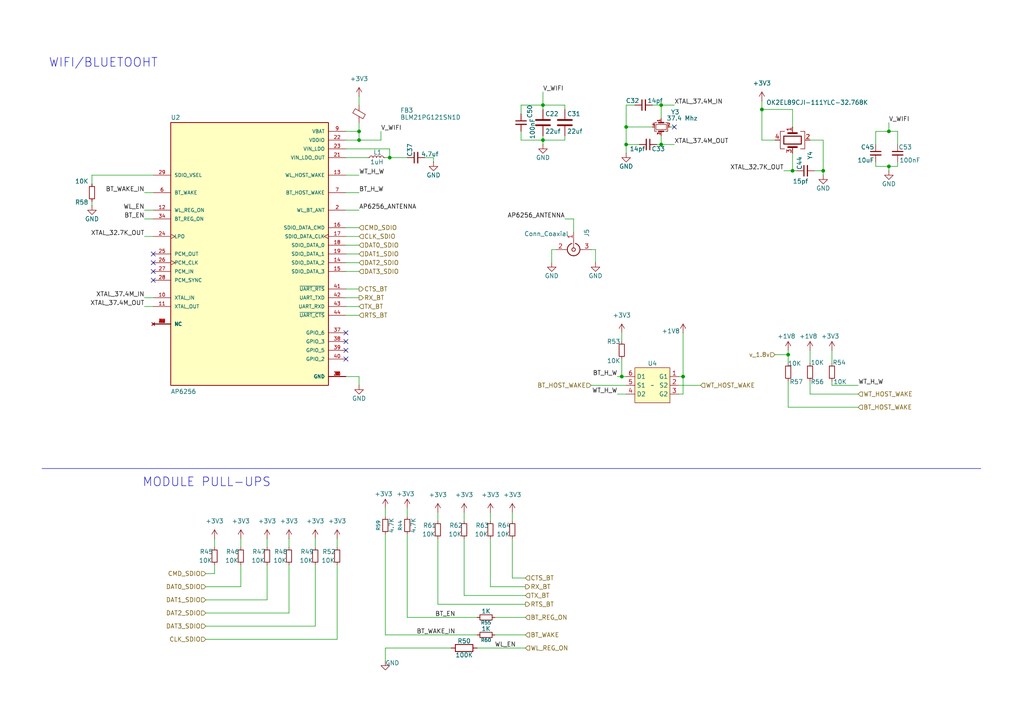
<source format=kicad_sch>
(kicad_sch (version 20250114) (generator "eeschema") (generator_version "9.0")
  (paper "A4")
  (lib_symbols
    (symbol "AP6255:AP6255" (pin_names (offset 1.016))
      (property "Reference" "U" (at -22.86 38.862 0))
      (property "Value" "AP6255" (at -22.86 -40.64 0))
      (symbol "AP6255_0_0"
        (rectangle (start -22.86 -38.1) (end 22.86 38.1) (stroke (width 0.254)) (fill (type background)))
        (pin input line (at -27.94 22.86 0) (length 5.08) (name "SDIO_VSEL") (number "29"))
        (pin input line (at -27.94 17.78 0) (length 5.08) (name "BT_WAKE") (number "6"))
        (pin input line (at -27.94 12.7 0) (length 5.08) (name "WL_REG_ON") (number "12"))
        (pin input line (at -27.94 10.16 0) (length 5.08) (name "BT_REG_ON") (number "34"))
        (pin input clock (at -27.94 5.08 0) (length 5.08) (name "LPO") (number "24"))
        (pin output line (at -27.94 0 0) (length 5.08) (name "PCM_OUT") (number "25"))
        (pin bidirectional clock (at -27.94 -2.54 0) (length 5.08) (name "PCM_CLK") (number "26"))
        (pin input line (at -27.94 -5.08 0) (length 5.08) (name "PCM_IN") (number "27"))
        (pin bidirectional line (at -27.94 -7.62 0) (length 5.08) (name "PCM_SYNC") (number "28"))
        (pin input line (at -27.94 -12.7 0) (length 5.08) (name "XTAL_IN") (number "10"))
        (pin output line (at -27.94 -15.24 0) (length 5.08) (name "XTAL_OUT") (number "11"))
        (pin no_connect line (at -27.94 -20.32 0) (length 5.08) (name "NC") (number "30"))
        (pin no_connect line (at -27.94 -20.32 0) (length 5.08) (name "NC") (number "32"))
        (pin no_connect line (at -27.94 -20.32 0) (length 5.08) (name "NC") (number "35"))
        (pin no_connect line (at -27.94 -20.32 0) (length 5.08) (name "NC") (number "4"))
        (pin no_connect line (at -27.94 -20.32 0) (length 5.08) (name "NC") (number "45"))
        (pin no_connect line (at -27.94 -20.32 0) (length 5.08) (name "NC") (number "46"))
        (pin no_connect line (at -27.94 -20.32 0) (length 5.08) (name "NC") (number "47"))
        (pin no_connect line (at -27.94 -20.32 0) (length 5.08) (name "NC") (number "5"))
        (pin no_connect line (at -27.94 -20.32 0) (length 5.08) (name "NC") (number "8"))
        (pin power_in line (at 27.94 35.56 180) (length 5.08) (name "VBAT") (number "9"))
        (pin power_in line (at 27.94 33.02 180) (length 5.08) (name "VDDIO") (number "22"))
        (pin power_in line (at 27.94 30.48 180) (length 5.08) (name "VIN_LDO") (number "23"))
        (pin power_in line (at 27.94 27.94 180) (length 5.08) (name "VIN_LDO_OUT") (number "21"))
        (pin output line (at 27.94 22.86 180) (length 5.08) (name "WL_HOST_WAKE") (number "13"))
        (pin output line (at 27.94 17.78 180) (length 5.08) (name "BT_HOST_WAKE") (number "7"))
        (pin bidirectional line (at 27.94 12.7 180) (length 5.08) (name "WL_BT_ANT") (number "2"))
        (pin bidirectional line (at 27.94 7.62 180) (length 5.08) (name "SDIO_DATA_CMD") (number "16"))
        (pin bidirectional clock (at 27.94 5.08 180) (length 5.08) (name "SDIO_DATA_CLK") (number "17"))
        (pin bidirectional line (at 27.94 2.54 180) (length 5.08) (name "SDIO_DATA_0") (number "18"))
        (pin bidirectional line (at 27.94 0 180) (length 5.08) (name "SDIO_DATA_1") (number "19"))
        (pin bidirectional line (at 27.94 -2.54 180) (length 5.08) (name "SDIO_DATA_2") (number "14"))
        (pin bidirectional line (at 27.94 -5.08 180) (length 5.08) (name "SDIO_DATA_3") (number "15"))
        (pin output line (at 27.94 -10.16 180) (length 5.08) (name "~{UART_RTS}") (number "41"))
        (pin output line (at 27.94 -12.7 180) (length 5.08) (name "UART_TXD") (number "42"))
        (pin input line (at 27.94 -15.24 180) (length 5.08) (name "UART_RXD") (number "43"))
        (pin input line (at 27.94 -17.78 180) (length 5.08) (name "~{UART_CTS}") (number "44"))
        (pin bidirectional line (at 27.94 -22.86 180) (length 5.08) (name "GPIO_6") (number "37"))
        (pin bidirectional line (at 27.94 -25.4 180) (length 5.08) (name "GPIO_3") (number "38"))
        (pin bidirectional line (at 27.94 -27.94 180) (length 5.08) (name "GPIO_5") (number "39"))
        (pin bidirectional line (at 27.94 -30.48 180) (length 5.08) (name "GPIO_2") (number "40"))
        (pin power_in line (at 27.94 -35.56 180) (length 5.08) (name "GND") (number "1"))
        (pin power_in line (at 27.94 -35.56 180) (length 5.08) (name "GND") (number "20"))
        (pin power_in line (at 27.94 -35.56 180) (length 5.08) (name "GND") (number "3"))
        (pin power_in line (at 27.94 -35.56 180) (length 5.08) (name "GND") (number "31"))
        (pin power_in line (at 27.94 -35.56 180) (length 5.08) (name "GND") (number "33"))
        (pin power_in line (at 27.94 -35.56 180) (length 5.08) (name "GND") (number "36"))
      )
    )
    (symbol "Connector:Conn_Coaxial" (pin_names (offset 1.016) (hide yes))
      (property "Reference" "J5" (at -4.826 3.81 0))
      (property "Value" "Conn_Coaxial" (at 2.921 0 90))
      (symbol "Conn_Coaxial_0_1"
        (polyline (pts (xy -2.54 0) (xy -0.508 0)))
        (arc (start 1.778 0) (mid 0.222 -1.8079) (end -1.778 -0.508) (stroke (width 0.254)))
        (arc (start -1.778 0.508) (mid 0.2221 1.8084) (end 1.778 0) (stroke (width 0.254)))
        (polyline (pts (xy 0 1.778) (xy 0 2.54)))
        (circle (center 0 0) (radius 0.508) (stroke (width 0.2032)))
        (polyline (pts (xy 0 -2.54) (xy 0 -1.778)))
      )
      (symbol "Conn_Coaxial_1_1"
        (pin passive line (at -5.08 0 0) (length 2.54) (name "In") (number "1"))
        (pin passive line (at 0 5.08 270) (length 2.54) (name "GND") (number "3"))
        (pin passive line (at 0 -5.08 90) (length 2.54) (name "Ext") (number "2"))
      )
    )
    (symbol "Device:C" (pin_numbers (hide yes)) (pin_names (offset 0.254))
      (property "Reference" "C" (at 0.635 2.54 0))
      (property "Value" "C" (at 0.635 -2.54 0))
      (symbol "C_0_1"
        (polyline (pts (xy -2.032 0.762) (xy 2.032 0.762)) (stroke (width 0.508)))
        (polyline (pts (xy -2.032 -0.762) (xy 2.032 -0.762)) (stroke (width 0.508)))
      )
      (symbol "C_1_1"
        (pin passive line (at 0 3.81 270) (length 2.794) (name "~") (number "1"))
        (pin passive line (at 0 -3.81 90) (length 2.794) (name "~") (number "2"))
      )
    )
    (symbol "Device:C_Small" (pin_numbers (hide yes)) (pin_names (offset 0.254) (hide yes))
      (property "Reference" "C" (at 0.254 1.778 0))
      (property "Value" "C_Small" (at 0.254 -2.032 0))
      (symbol "C_Small_0_1"
        (polyline (pts (xy -1.524 0.508) (xy 1.524 0.508)) (stroke (width 0.3048)))
        (polyline (pts (xy -1.524 -0.508) (xy 1.524 -0.508)) (stroke (width 0.3302)))
      )
      (symbol "C_Small_1_1"
        (pin passive line (at 0 2.54 270) (length 2.032) (name "~") (number "1"))
        (pin passive line (at 0 -2.54 90) (length 2.032) (name "~") (number "2"))
      )
    )
    (symbol "Device:Crystal_GND24" (pin_names (offset 1.016) (hide yes))
      (property "Reference" "Y" (at 3.175 5.08 0))
      (property "Value" "Crystal_GND24" (at 3.175 3.175 0))
      (symbol "Crystal_GND24_0_1"
        (polyline (pts (xy -2.54 2.286) (xy -2.54 3.556) (xy 2.54 3.556) (xy 2.54 2.286)))
        (polyline (pts (xy -2.54 0) (xy -2.032 0)))
        (polyline (pts (xy -2.54 -2.286) (xy -2.54 -3.556) (xy 2.54 -3.556) (xy 2.54 -2.286)))
        (polyline (pts (xy -2.032 -1.27) (xy -2.032 1.27)) (stroke (width 0.508)))
        (rectangle (start -1.143 2.54) (end 1.143 -2.54) (stroke (width 0.3048)))
        (polyline (pts (xy 0 3.556) (xy 0 3.81)))
        (polyline (pts (xy 0 -3.81) (xy 0 -3.556)))
        (polyline (pts (xy 2.032 0) (xy 2.54 0)))
        (polyline (pts (xy 2.032 -1.27) (xy 2.032 1.27)) (stroke (width 0.508)))
      )
      (symbol "Crystal_GND24_1_1"
        (pin passive line (at -3.81 0 0) (length 1.27) (name "1") (number "1"))
        (pin passive line (at 0 5.08 270) (length 1.27) (name "2") (number "2"))
        (pin passive line (at 0 -5.08 90) (length 1.27) (name "4") (number "4"))
        (pin passive line (at 3.81 0 180) (length 1.27) (name "3") (number "3"))
      )
    )
    (symbol "Device:Crystal_GND24_Small" (pin_names (offset 1.016) (hide yes))
      (property "Reference" "Y" (at 1.27 4.445 0))
      (property "Value" "Crystal_GND24_Small" (at 1.27 2.54 0))
      (symbol "Crystal_GND24_Small_0_1"
        (polyline (pts (xy -1.27 1.27) (xy -1.27 1.905) (xy 1.27 1.905) (xy 1.27 1.27)))
        (polyline (pts (xy -1.27 -0.762) (xy -1.27 0.762)) (stroke (width 0.381)))
        (polyline (pts (xy -1.27 -1.27) (xy -1.27 -1.905) (xy 1.27 -1.905) (xy 1.27 -1.27)))
        (rectangle (start -0.762 -1.524) (end 0.762 1.524))
        (polyline (pts (xy 1.27 -0.762) (xy 1.27 0.762)) (stroke (width 0.381)))
      )
      (symbol "Crystal_GND24_Small_1_1"
        (pin passive line (at -2.54 0 0) (length 1.27) (name "1") (number "1"))
        (pin passive line (at 0 2.54 270) (length 0.635) (name "4") (number "4"))
        (pin passive line (at 0 -2.54 90) (length 0.635) (name "2") (number "2"))
        (pin passive line (at 2.54 0 180) (length 1.27) (name "3") (number "3"))
      )
    )
    (symbol "Device:FerriteBead_Small" (pin_numbers (hide yes)) (pin_names (offset 0))
      (property "Reference" "FB" (at 1.905 1.27 0))
      (property "Value" "FerriteBead_Small" (at 1.905 -1.27 0))
      (symbol "FerriteBead_Small_0_1"
        (polyline (pts (xy -1.8288 0.2794) (xy -1.1176 1.4986) (xy 1.8288 -0.2032) (xy 1.1176 -1.4224) (xy -1.8288 0.2794)))
        (polyline (pts (xy 0 0.889) (xy 0 1.2954)))
        (polyline (pts (xy 0 -1.27) (xy 0 -0.7874)))
      )
      (symbol "FerriteBead_Small_1_1"
        (pin passive line (at 0 2.54 270) (length 1.27) (name "~") (number "1"))
        (pin passive line (at 0 -2.54 90) (length 1.27) (name "~") (number "2"))
      )
    )
    (symbol "Device:L_Small" (pin_numbers (hide yes)) (pin_names (offset 0.254) (hide yes))
      (property "Reference" "L" (at 0.762 1.016 0))
      (property "Value" "L_Small" (at 0.762 -1.016 0))
      (symbol "L_Small_0_1"
        (arc (start 0 2.032) (mid 0.5058 1.524) (end 0 1.016))
        (arc (start 0 1.016) (mid 0.5058 0.508) (end 0 0))
        (arc (start 0 0) (mid 0.5058 -0.508) (end 0 -1.016))
        (arc (start 0 -1.016) (mid 0.5058 -1.524) (end 0 -2.032))
      )
      (symbol "L_Small_1_1"
        (pin passive line (at 0 2.54 270) (length 0.508) (name "~") (number "1"))
        (pin passive line (at 0 -2.54 90) (length 0.508) (name "~") (number "2"))
      )
    )
    (symbol "Device:R" (pin_numbers (hide yes)) (pin_names (offset 0))
      (property "Reference" "R" (at 2.032 0 90))
      (property "Value" "R" (at 0 0 90))
      (symbol "R_0_1"
        (rectangle (start -1.016 -2.54) (end 1.016 2.54) (stroke (width 0.254)))
      )
      (symbol "R_1_1"
        (pin passive line (at 0 3.81 270) (length 1.27) (name "~") (number "1"))
        (pin passive line (at 0 -3.81 90) (length 1.27) (name "~") (number "2"))
      )
    )
    (symbol "Device:R_Small" (pin_numbers (hide yes)) (pin_names (offset 0.254) (hide yes))
      (property "Reference" "R" (at 0.762 0.508 0))
      (property "Value" "R_Small" (at 0.762 -1.016 0))
      (symbol "R_Small_0_1"
        (rectangle (start -0.762 1.778) (end 0.762 -1.778) (stroke (width 0.2032)))
      )
      (symbol "R_Small_1_1"
        (pin passive line (at 0 2.54 270) (length 0.762) (name "~") (number "1"))
        (pin passive line (at 0 -2.54 90) (length 0.762) (name "~") (number "2"))
      )
    )
    (symbol "R_Small_1" (pin_numbers (hide yes)) (pin_names (offset 0.254) (hide yes))
      (property "Reference" "R" (at 0 0 90))
      (property "Value" "R_Small" (at 1.778 0 90))
      (symbol "R_Small_1_0_1"
        (rectangle (start -0.762 1.778) (end 0.762 -1.778) (stroke (width 0.2032)))
      )
      (symbol "R_Small_1_1_1"
        (pin passive line (at 0 2.54 270) (length 0.762) (name "~") (number "1"))
        (pin passive line (at 0 -2.54 90) (length 0.762) (name "~") (number "2"))
      )
    )
    (symbol "pondo_sch:NDC7002N"
      (property "Reference" "U" (at 0 9.398 0))
      (symbol "NDC7002N_1_1"
        (rectangle (start -5.08 5.08) (end 5.08 -5.08) (fill (type background)))
        (pin input line (at -7.62 2.54 0) (length 2.54) (name "D1") (number "6"))
        (pin input line (at -7.62 0 0) (length 2.54) (name "S1") (number "5"))
        (pin input line (at -7.62 -2.54 0) (length 2.54) (name "D2") (number "4"))
        (pin input line (at 7.62 2.54 180) (length 2.54) (name "G1") (number "1"))
        (pin input line (at 7.62 0 180) (length 2.54) (name "S2") (number "2"))
        (pin input line (at 7.62 -2.54 180) (length 2.54) (name "G2") (number "3"))
      )
    )
    (symbol "power:+1V8" (power) (pin_numbers (hide yes)) (pin_names (offset 0) (hide yes))
      (property "Value" "+1V8" (at 0 3.556 0))
      (symbol "+1V8_0_1"
        (polyline (pts (xy -0.762 1.27) (xy 0 2.54)))
        (polyline (pts (xy 0 2.54) (xy 0.762 1.27)))
        (polyline (pts (xy 0 0) (xy 0 2.54)))
      )
      (symbol "+1V8_1_1"
        (pin power_in line (at 0 0 90) (length 0) (name "~") (number "1"))
      )
    )
    (symbol "power:+3V3" (power) (pin_numbers (hide yes)) (pin_names (offset 0) (hide yes))
      (property "Value" "+3V3" (at 0 3.556 0))
      (symbol "+3V3_0_1"
        (polyline (pts (xy -0.762 1.27) (xy 0 2.54)))
        (polyline (pts (xy 0 2.54) (xy 0.762 1.27)))
        (polyline (pts (xy 0 0) (xy 0 2.54)))
      )
      (symbol "+3V3_1_1"
        (pin power_in line (at 0 0 90) (length 0) (name "~") (number "1"))
      )
    )
    (symbol "power:GND" (power) (pin_numbers (hide yes)) (pin_names (offset 0) (hide yes))
      (property "Value" "GND" (at 0 -3.81 0))
      (symbol "GND_0_1"
        (polyline (pts (xy 0 0) (xy 0 -1.27) (xy 1.27 -1.27) (xy 0 -2.54) (xy -1.27 -1.27) (xy 0 -1.27)))
      )
      (symbol "GND_1_1"
        (pin power_in line (at 0 0 270) (length 0) (name "~") (number "1"))
      )
    )
  )
  (text "MODULE PULL-UPS\n" (at 59.944 139.954 0) (effects (font (size 2.54 2.54))))
  (text "WIFI/BLUETOOHT" (at 29.972 18.288 0) (effects (font (size 2.54 2.54))))
  (junction (at 257.81 48.26))
  (junction (at 113.03 45.72))
  (junction (at 157.48 40.64))
  (junction (at 238.76 49.53))
  (junction (at 198.12 109.22))
  (junction (at 104.14 38.1))
  (junction (at 257.81 38.1))
  (junction (at 181.61 36.83))
  (junction (at 228.6 102.87))
  (junction (at 191.77 30.48))
  (junction (at 104.14 40.64))
  (junction (at 180.34 109.22))
  (junction (at 220.98 31.75))
  (junction (at 191.77 41.91))
  (junction (at 157.48 30.48))
  (junction (at 181.61 41.91))
  (junction (at 229.87 49.53))
  (no_connect (at 100.33 96.52))
  (no_connect (at 44.45 76.2))
  (no_connect (at 100.33 101.6))
  (no_connect (at 195.58 36.83))
  (no_connect (at 44.45 78.74))
  (no_connect (at 100.33 99.06))
  (no_connect (at 44.45 73.66))
  (no_connect (at 100.33 104.14))
  (no_connect (at 44.45 81.28))
  (wire (pts (xy 91.44 181.61) (xy 91.44 163.83)))
  (wire (pts (xy 104.14 35.56) (xy 104.14 38.1)))
  (wire (pts (xy 171.45 111.76) (xy 181.61 111.76)))
  (wire (pts (xy 194.31 36.83) (xy 195.58 36.83)))
  (wire (pts (xy 191.77 30.48) (xy 195.58 30.48)))
  (wire (pts (xy 198.12 96.52) (xy 198.12 109.22)))
  (wire (pts (xy 100.33 60.96) (xy 104.14 60.96)))
  (wire (pts (xy 257.81 48.26) (xy 254 48.26)))
  (wire (pts (xy 134.62 148.59) (xy 134.62 151.13)))
  (wire (pts (xy 130.81 187.96) (xy 111.76 187.96)))
  (wire (pts (xy 59.69 166.37) (xy 62.23 166.37)))
  (wire (pts (xy 127 175.26) (xy 152.4 175.26)))
  (wire (pts (xy 257.81 35.56) (xy 257.81 38.1)))
  (wire (pts (xy 69.85 156.21) (xy 69.85 158.75)))
  (wire (pts (xy 26.67 50.8) (xy 44.45 50.8)))
  (wire (pts (xy 181.61 36.83) (xy 189.23 36.83)))
  (wire (pts (xy 100.33 78.74) (xy 104.14 78.74)))
  (wire (pts (xy 191.77 30.48) (xy 191.77 34.29)))
  (wire (pts (xy 228.6 101.6) (xy 228.6 102.87)))
  (wire (pts (xy 163.83 31.75) (xy 163.83 30.48)))
  (wire (pts (xy 143.51 184.15) (xy 152.4 184.15)))
  (wire (pts (xy 198.12 109.22) (xy 196.85 109.22)))
  (wire (pts (xy 229.87 44.45) (xy 229.87 49.53)))
  (wire (pts (xy 238.76 40.64) (xy 238.76 49.53)))
  (wire (pts (xy 113.03 45.72) (xy 118.11 45.72)))
  (wire (pts (xy 91.44 156.21) (xy 91.44 158.75)))
  (wire (pts (xy 104.14 109.22) (xy 100.33 109.22)))
  (wire (pts (xy 62.23 166.37) (xy 62.23 163.83)))
  (wire (pts (xy 100.33 86.36) (xy 104.14 86.36)))
  (wire (pts (xy 236.22 49.53) (xy 238.76 49.53)))
  (wire (pts (xy 229.87 36.83) (xy 229.87 31.75)))
  (wire (pts (xy 134.62 172.72) (xy 134.62 156.21)))
  (wire (pts (xy 26.67 53.34) (xy 26.67 50.8)))
  (wire (pts (xy 100.33 55.88) (xy 104.14 55.88)))
  (wire (pts (xy 163.83 39.37) (xy 163.83 40.64)))
  (wire (pts (xy 151.13 30.48) (xy 157.48 30.48)))
  (wire (pts (xy 181.61 41.91) (xy 185.42 41.91)))
  (wire (pts (xy 254 46.99) (xy 254 48.26)))
  (wire (pts (xy 110.49 40.64) (xy 104.14 40.64)))
  (polyline (pts (xy 12.192 135.89) (xy 284.48 135.89)))
  (wire (pts (xy 198.12 114.3) (xy 198.12 109.22)))
  (wire (pts (xy 257.81 49.53) (xy 257.81 48.26)))
  (wire (pts (xy 111.76 184.15) (xy 138.43 184.15)))
  (wire (pts (xy 166.37 63.5) (xy 166.37 67.31)))
  (wire (pts (xy 248.92 118.11) (xy 228.6 118.11)))
  (wire (pts (xy 127 148.59) (xy 127 151.13)))
  (wire (pts (xy 234.95 101.6) (xy 234.95 105.41)))
  (wire (pts (xy 69.85 170.18) (xy 69.85 163.83)))
  (wire (pts (xy 100.33 76.2) (xy 104.14 76.2)))
  (wire (pts (xy 228.6 102.87) (xy 228.6 105.41)))
  (wire (pts (xy 111.76 187.96) (xy 111.76 191.77)))
  (wire (pts (xy 59.69 170.18) (xy 69.85 170.18)))
  (wire (pts (xy 104.14 111.76) (xy 104.14 109.22)))
  (wire (pts (xy 163.83 63.5) (xy 166.37 63.5)))
  (wire (pts (xy 104.14 40.64) (xy 100.33 40.64)))
  (wire (pts (xy 143.51 179.07) (xy 152.4 179.07)))
  (wire (pts (xy 83.82 156.21) (xy 83.82 158.75)))
  (wire (pts (xy 26.67 58.42) (xy 26.67 59.69)))
  (wire (pts (xy 227.33 49.53) (xy 229.87 49.53)))
  (wire (pts (xy 196.85 111.76) (xy 203.2 111.76)))
  (wire (pts (xy 100.33 50.8) (xy 104.14 50.8)))
  (wire (pts (xy 191.77 41.91) (xy 191.77 39.37)))
  (wire (pts (xy 157.48 39.37) (xy 157.48 40.64)))
  (wire (pts (xy 180.34 96.52) (xy 180.34 99.06)))
  (wire (pts (xy 100.33 83.82) (xy 104.14 83.82)))
  (wire (pts (xy 59.69 185.42) (xy 97.79 185.42)))
  (wire (pts (xy 125.73 46.99) (xy 125.73 45.72)))
  (wire (pts (xy 127 156.21) (xy 127 175.26)))
  (wire (pts (xy 41.91 63.5) (xy 44.45 63.5)))
  (wire (pts (xy 163.83 30.48) (xy 157.48 30.48)))
  (wire (pts (xy 125.73 45.72) (xy 123.19 45.72)))
  (wire (pts (xy 100.33 71.12) (xy 104.14 71.12)))
  (wire (pts (xy 41.91 88.9) (xy 44.45 88.9)))
  (wire (pts (xy 142.24 170.18) (xy 142.24 156.21)))
  (wire (pts (xy 41.91 55.88) (xy 44.45 55.88)))
  (wire (pts (xy 100.33 38.1) (xy 104.14 38.1)))
  (wire (pts (xy 41.91 68.58) (xy 44.45 68.58)))
  (wire (pts (xy 172.72 72.39) (xy 172.72 76.2)))
  (wire (pts (xy 152.4 167.64) (xy 148.59 167.64)))
  (wire (pts (xy 190.5 41.91) (xy 191.77 41.91)))
  (wire (pts (xy 238.76 49.53) (xy 238.76 50.8)))
  (wire (pts (xy 248.92 114.3) (xy 234.95 114.3)))
  (wire (pts (xy 104.14 38.1) (xy 104.14 40.64)))
  (wire (pts (xy 100.33 91.44) (xy 104.14 91.44)))
  (wire (pts (xy 104.14 27.94) (xy 104.14 30.48)))
  (wire (pts (xy 181.61 41.91) (xy 181.61 44.45)))
  (wire (pts (xy 181.61 30.48) (xy 181.61 36.83)))
  (wire (pts (xy 111.76 147.32) (xy 111.76 149.86)))
  (wire (pts (xy 62.23 156.21) (xy 62.23 158.75)))
  (wire (pts (xy 180.34 104.14) (xy 180.34 109.22)))
  (wire (pts (xy 59.69 181.61) (xy 91.44 181.61)))
  (wire (pts (xy 260.35 46.99) (xy 260.35 48.26)))
  (wire (pts (xy 260.35 38.1) (xy 260.35 41.91)))
  (wire (pts (xy 118.11 179.07) (xy 118.11 154.94)))
  (wire (pts (xy 220.98 29.21) (xy 220.98 31.75)))
  (wire (pts (xy 41.91 86.36) (xy 44.45 86.36)))
  (wire (pts (xy 100.33 73.66) (xy 104.14 73.66)))
  (wire (pts (xy 241.3 111.76) (xy 241.3 110.49)))
  (wire (pts (xy 220.98 31.75) (xy 220.98 40.64)))
  (wire (pts (xy 179.07 109.22) (xy 180.34 109.22)))
  (wire (pts (xy 160.02 72.39) (xy 160.02 76.2)))
  (wire (pts (xy 234.95 40.64) (xy 238.76 40.64)))
  (wire (pts (xy 241.3 101.6) (xy 241.3 105.41)))
  (wire (pts (xy 100.33 68.58) (xy 104.14 68.58)))
  (wire (pts (xy 138.43 179.07) (xy 118.11 179.07)))
  (wire (pts (xy 152.4 172.72) (xy 134.62 172.72)))
  (wire (pts (xy 41.91 60.96) (xy 44.45 60.96)))
  (wire (pts (xy 100.33 43.18) (xy 113.03 43.18)))
  (wire (pts (xy 148.59 148.59) (xy 148.59 151.13)))
  (wire (pts (xy 157.48 40.64) (xy 157.48 41.91)))
  (wire (pts (xy 77.47 173.99) (xy 77.47 163.83)))
  (wire (pts (xy 118.11 147.32) (xy 118.11 149.86)))
  (wire (pts (xy 220.98 40.64) (xy 224.79 40.64)))
  (wire (pts (xy 224.79 102.87) (xy 228.6 102.87)))
  (wire (pts (xy 181.61 36.83) (xy 181.61 41.91)))
  (wire (pts (xy 254 41.91) (xy 254 38.1)))
  (wire (pts (xy 59.69 177.8) (xy 83.82 177.8)))
  (wire (pts (xy 172.72 72.39) (xy 171.45 72.39)))
  (wire (pts (xy 157.48 26.67) (xy 157.48 30.48)))
  (wire (pts (xy 229.87 31.75) (xy 220.98 31.75)))
  (wire (pts (xy 179.07 114.3) (xy 181.61 114.3)))
  (wire (pts (xy 148.59 167.64) (xy 148.59 156.21)))
  (wire (pts (xy 83.82 177.8) (xy 83.82 163.83)))
  (wire (pts (xy 228.6 118.11) (xy 228.6 110.49)))
  (wire (pts (xy 191.77 41.91) (xy 195.58 41.91)))
  (wire (pts (xy 100.33 88.9) (xy 104.14 88.9)))
  (wire (pts (xy 110.49 38.1) (xy 110.49 40.64)))
  (wire (pts (xy 157.48 30.48) (xy 157.48 31.75)))
  (wire (pts (xy 196.85 114.3) (xy 198.12 114.3)))
  (wire (pts (xy 151.13 38.1) (xy 151.13 40.64)))
  (wire (pts (xy 180.34 109.22) (xy 181.61 109.22)))
  (wire (pts (xy 257.81 38.1) (xy 260.35 38.1)))
  (wire (pts (xy 97.79 163.83) (xy 97.79 185.42)))
  (wire (pts (xy 248.92 111.76) (xy 241.3 111.76)))
  (wire (pts (xy 97.79 156.21) (xy 97.79 158.75)))
  (wire (pts (xy 260.35 48.26) (xy 257.81 48.26)))
  (wire (pts (xy 184.15 30.48) (xy 181.61 30.48)))
  (wire (pts (xy 138.43 187.96) (xy 152.4 187.96)))
  (wire (pts (xy 234.95 110.49) (xy 234.95 114.3)))
  (wire (pts (xy 151.13 40.64) (xy 157.48 40.64)))
  (wire (pts (xy 189.23 30.48) (xy 191.77 30.48)))
  (wire (pts (xy 111.76 45.72) (xy 113.03 45.72)))
  (wire (pts (xy 113.03 43.18) (xy 113.03 45.72)))
  (wire (pts (xy 77.47 156.21) (xy 77.47 158.75)))
  (wire (pts (xy 163.83 40.64) (xy 157.48 40.64)))
  (wire (pts (xy 100.33 66.04) (xy 104.14 66.04)))
  (wire (pts (xy 160.02 72.39) (xy 161.29 72.39)))
  (wire (pts (xy 229.87 49.53) (xy 231.14 49.53)))
  (wire (pts (xy 111.76 154.94) (xy 111.76 184.15)))
  (wire (pts (xy 142.24 148.59) (xy 142.24 151.13)))
  (wire (pts (xy 254 38.1) (xy 257.81 38.1)))
  (wire (pts (xy 59.69 173.99) (xy 77.47 173.99)))
  (wire (pts (xy 100.33 45.72) (xy 106.68 45.72)))
  (wire (pts (xy 151.13 33.02) (xy 151.13 30.48)))
  (wire (pts (xy 152.4 170.18) (xy 142.24 170.18)))
  (label "XTAL_37.4M_OUT" (at 41.91 88.9 180))
  (label "XTAL_37.4M_IN" (at 195.58 30.48 0))
  (label "WT_H_W" (at 248.92 111.76 0))
  (label "WL_EN" (at 41.91 60.96 180))
  (label "AP6256_ANTENNA" (at 163.83 63.5 180))
  (label "V_WIFI" (at 257.81 35.56 0))
  (label "BT_WAKE_IN" (at 41.91 55.88 180))
  (label "XTAL_37.4M_IN" (at 41.91 86.36 180))
  (label "BT_H_W" (at 179.07 109.22 180))
  (label "V_WIFI" (at 110.49 38.1 0))
  (label "AP6256_ANTENNA" (at 104.14 60.96 0))
  (label "WT_H_W" (at 104.14 50.8 0))
  (label "WT_H_W" (at 179.07 114.3 180))
  (label "BT_WAKE_IN" (at 132.08 184.15 180))
  (label "XTAL_37.4M_OUT" (at 195.58 41.91 0))
  (label "V_WIFI" (at 157.48 26.67 0))
  (label "WL_EN" (at 143.51 187.96 0))
  (label "XTAL_32.7K_OUT" (at 227.33 49.53 180))
  (label "XTAL_32.7K_OUT" (at 41.91 68.58 180))
  (label "BT_EN" (at 41.91 63.5 180))
  (label "BT_H_W" (at 104.14 55.88 0))
  (label "BT_EN" (at 132.08 179.07 180))
  (hierarchical_label "WT_HOST_WAKE" (shape input) (at 203.2 111.76 0))
  (hierarchical_label "CMD_SDIO" (shape input) (at 104.14 66.04 0))
  (hierarchical_label "TX_BT" (shape input) (at 104.14 88.9 0))
  (hierarchical_label "CTS_BT" (shape output) (at 104.14 83.82 0))
  (hierarchical_label "CLK_SDIO" (shape input) (at 59.69 185.42 180))
  (hierarchical_label "BT_REG_ON" (shape input) (at 152.4 179.07 0))
  (hierarchical_label "DAT2_SDIO" (shape input) (at 59.69 177.8 180))
  (hierarchical_label "BT_WAKE" (shape input) (at 152.4 184.15 0))
  (hierarchical_label "DAT3_SDIO" (shape input) (at 59.69 181.61 180))
  (hierarchical_label "CLK_SDIO" (shape input) (at 104.14 68.58 0))
  (hierarchical_label "CTS_BT" (shape input) (at 152.4 167.64 0))
  (hierarchical_label "DAT1_SDIO" (shape input) (at 104.14 73.66 0))
  (hierarchical_label "RTS_BT" (shape output) (at 152.4 175.26 0))
  (hierarchical_label "RTS_BT" (shape input) (at 104.14 91.44 0))
  (hierarchical_label "v_1.8v" (shape input) (at 224.79 102.87 180))
  (hierarchical_label "WL_REG_ON" (shape input) (at 152.4 187.96 0))
  (hierarchical_label "DAT0_SDIO" (shape input) (at 104.14 71.12 0))
  (hierarchical_label "DAT3_SDIO" (shape input) (at 104.14 78.74 0))
  (hierarchical_label "RX_BT" (shape output) (at 104.14 86.36 0))
  (hierarchical_label "WT_HOST_WAKE" (shape input) (at 248.92 114.3 0))
  (hierarchical_label "DAT2_SDIO" (shape input) (at 104.14 76.2 0))
  (hierarchical_label "RX_BT" (shape output) (at 152.4 170.18 0))
  (hierarchical_label "DAT0_SDIO" (shape input) (at 59.69 170.18 180))
  (hierarchical_label "CMD_SDIO" (shape input) (at 59.69 166.37 180))
  (hierarchical_label "BT_HOST_WAKE" (shape input) (at 171.45 111.76 180))
  (hierarchical_label "TX_BT" (shape input) (at 152.4 172.72 0))
  (hierarchical_label "BT_HOST_WAKE" (shape input) (at 248.92 118.11 0))
  (hierarchical_label "DAT1_SDIO" (shape input) (at 59.69 173.99 180))
  (symbol (lib_id "Device:R_Small") (at 69.85 161.29 0) (unit 1)
    (property "Reference" "R46" (at 65.532 160.02 0) (effects (justify left)))
    (property "Value" "10K" (at 65.278 162.56 0) (effects (justify left)))
    (property "Footprint" "Resistor_SMD:R_0402_1005Metric_Pad0.72x0.64mm_HandSolder" (effects (hide yes)))
    (property "Description" "Resistor, small symbol" (effects (hide yes)))
    (property "LCSC#" "C2759535" (effects (hide yes)))
  )
  (symbol (lib_id "power:+3V3") (at 104.14 27.94 0) (unit 1)
    (property "Reference" "#PWR0129" (effects (hide yes)))
    (property "Value" "+3V3" (at 104.14 22.86 0))
    (property "Description" "Power symbol creates a global label with name \"+3V3\"" (effects (hide yes)))
  )
  (symbol (lib_id "power:GND") (at 160.02 76.2 0) (unit 1)
    (property "Reference" "#PWR023" (effects (hide yes)))
    (property "Value" "GND" (at 160.02 80.01 0))
    (property "Description" "Power symbol creates a global label with name \"GND\" , ground" (effects (hide yes)))
  )
  (symbol (lib_id "Device:R_Small") (at 62.23 161.29 0) (unit 1)
    (property "Reference" "R45" (at 57.912 160.02 0) (effects (justify left)))
    (property "Value" "10K" (at 57.658 162.56 0) (effects (justify left)))
    (property "Footprint" "Resistor_SMD:R_0402_1005Metric_Pad0.72x0.64mm_HandSolder" (effects (hide yes)))
    (property "Description" "Resistor, small symbol" (effects (hide yes)))
    (property "LCSC#" "C2759535" (effects (hide yes)))
  )
  (symbol (lib_id "power:+3V3") (at 241.3 101.6 0) (unit 1)
    (property "Reference" "#PWR0136" (effects (hide yes)))
    (property "Value" "+3V3" (at 240.792 97.536 0))
    (property "Description" "Power symbol creates a global label with name \"+3V3\"" (effects (hide yes)))
  )
  (symbol (lib_id "power:+3V3") (at 97.79 156.21 0) (unit 1)
    (property "Reference" "#PWR0134" (effects (hide yes)))
    (property "Value" "+3V3" (at 97.79 151.13 0))
    (property "Description" "Power symbol creates a global label with name \"+3V3\"" (effects (hide yes)))
  )
  (symbol (lib_name "R_Small_1") (lib_id "Device:R_Small") (at 111.76 152.4 0) (unit 1)
    (property "Reference" "R59" (at 109.728 152.4 90) (effects (font (size 1.016 1.016))))
    (property "Value" "4.7K" (at 113.538 152.4 90))
    (property "Footprint" "Resistor_SMD:R_0402_1005Metric_Pad0.72x0.64mm_HandSolder" (effects (hide yes)))
    (property "Description" "Resistor, small symbol" (effects (hide yes)))
    (property "LCSC#" "C400631" (effects (hide yes)))
  )
  (symbol (lib_id "Device:C_Small") (at 260.35 44.45 0) (unit 1)
    (property "Reference" "C53" (at 260.604 42.672 0) (effects (justify left)))
    (property "Value" "100nF" (at 260.858 46.482 0) (effects (justify left)))
    (property "Footprint" "Capacitor_SMD:C_0402_1005Metric_Pad0.74x0.62mm_HandSolder" (effects (hide yes)))
    (property "Description" "Unpolarized capacitor, small symbol" (effects (hide yes)))
    (property "LCSC#" "C77020" (effects (hide yes)))
  )
  (symbol (lib_id "power:GND") (at 26.67 59.69 0) (unit 1)
    (property "Reference" "#PWR017" (effects (hide yes)))
    (property "Value" "GND" (at 26.67 63.5 0))
    (property "Description" "Power symbol creates a global label with name \"GND\" , ground" (effects (hide yes)))
  )
  (symbol (lib_id "power:+1V8") (at 228.6 101.6 0) (unit 1)
    (property "Reference" "#PWR0140" (effects (hide yes)))
    (property "Value" "+1V8" (at 228.092 97.536 0))
    (property "Description" "Power symbol creates a global label with name \"+1V8\"" (effects (hide yes)))
  )
  (symbol (lib_id "Device:C_Small") (at 187.96 41.91 270) (unit 1)
    (property "Reference" "C33" (at 188.976 43.18 90) (effects (justify left)))
    (property "Value" "14pf" (at 182.626 43.18 90) (effects (justify left)))
    (property "Footprint" "Capacitor_SMD:C_0402_1005Metric_Pad0.74x0.62mm_HandSolder" (effects (hide yes)))
    (property "Description" "Unpolarized capacitor, small symbol" (effects (hide yes)))
    (property "LCSC#" "C524558" (effects (hide yes)))
  )
  (symbol (lib_id "Device:R_Small") (at 134.62 153.67 0) (unit 1)
    (property "Reference" "R62" (at 130.302 152.4 0) (effects (justify left)))
    (property "Value" "10K" (at 130.048 154.94 0) (effects (justify left)))
    (property "Footprint" "Resistor_SMD:R_0402_1005Metric_Pad0.72x0.64mm_HandSolder" (effects (hide yes)))
    (property "Description" "Resistor, small symbol" (effects (hide yes)))
    (property "LCSC#" "C2759535" (effects (hide yes)))
  )
  (symbol (lib_id "Device:C_Small") (at 151.13 35.56 0) (unit 1)
    (property "Reference" "C50" (at 153.67 34.2962 90) (effects (justify left)))
    (property "Value" "100nF" (at 154.432 40.386 90) (effects (justify left)))
    (property "Footprint" "Capacitor_SMD:C_0402_1005Metric_Pad0.74x0.62mm_HandSolder" (effects (hide yes)))
    (property "Description" "Unpolarized capacitor, small symbol" (effects (hide yes)))
    (property "LCSC#" "C77020" (effects (hide yes)))
  )
  (symbol (lib_id "Device:R_Small") (at 127 153.67 0) (unit 1)
    (property "Reference" "R61" (at 122.682 152.4 0) (effects (justify left)))
    (property "Value" "10K" (at 122.428 154.94 0) (effects (justify left)))
    (property "Footprint" "Resistor_SMD:R_0402_1005Metric_Pad0.72x0.64mm_HandSolder" (effects (hide yes)))
    (property "Description" "Resistor, small symbol" (effects (hide yes)))
    (property "LCSC#" "C2759535" (effects (hide yes)))
  )
  (symbol (lib_id "Device:R_Small") (at 228.6 107.95 180) (unit 1)
    (property "Reference" "R57" (at 232.918 110.744 0) (effects (justify left)))
    (property "Value" "10K" (at 232.41 105.41 0) (effects (justify left)))
    (property "Footprint" "Resistor_SMD:R_0402_1005Metric_Pad0.72x0.64mm_HandSolder" (effects (hide yes)))
    (property "Description" "Resistor, small symbol" (effects (hide yes)))
    (property "LCSC#" "C2759535" (effects (hide yes)))
  )
  (symbol (lib_id "Device:R_Small") (at 234.95 107.95 180) (unit 1)
    (property "Reference" "R56" (at 239.014 110.744 0) (effects (justify left)))
    (property "Value" "10K" (at 239.014 105.156 0) (effects (justify left)))
    (property "Footprint" "Resistor_SMD:R_0402_1005Metric_Pad0.72x0.64mm_HandSolder" (effects (hide yes)))
    (property "Description" "Resistor, small symbol" (effects (hide yes)))
    (property "LCSC#" "C2759535" (effects (hide yes)))
  )
  (symbol (lib_id "power:+3V3") (at 134.62 148.59 0) (unit 1)
    (property "Reference" "#PWR0141" (effects (hide yes)))
    (property "Value" "+3V3" (at 134.62 143.51 0))
    (property "Description" "Power symbol creates a global label with name \"+3V3\"" (effects (hide yes)))
  )
  (symbol (lib_id "Device:L_Small") (at 109.22 45.72 90) (unit 1)
    (property "Reference" "L1" (at 110.744 44.196 90) (effects (justify left)))
    (property "Value" "1uH" (at 111.252 46.99 90) (effects (justify left)))
    (property "Footprint" "Inductor_SMD:L_1008_2520Metric" (effects (hide yes)))
    (property "Description" "Inductor, small symbol" (effects (hide yes)))
    (property "LCSC#" "C279952" (effects (hide yes)))
    (property "manf#" "WPN252010U1R0MT" (effects (hide yes)))
  )
  (symbol (lib_id "Device:Crystal_GND24") (at 229.87 40.64 270) (unit 1)
    (property "Reference" "Y4" (at 234.95 43.815 0) (effects (justify left)))
    (property "Value" "OK2EL89CJI-111YLC-32.768K" (at 222.25 29.718 90) (effects (justify left)))
    (property "Footprint" "Crystal:Crystal_SMD_3225-4Pin_3.2x2.5mm" (effects (hide yes)))
    (property "Description" "Four pin crystal, GND on pins 2 and 4" (effects (hide yes)))
    (property "LCSC#" "C5280579" (effects (hide yes)))
    (property "manf#" "OK2EL89CJI-111YLC-32.768K" (effects (hide yes)))
  )
  (symbol (lib_id "Device:R_Small") (at 241.3 107.95 180) (unit 1)
    (property "Reference" "R54" (at 245.364 105.156 0) (effects (justify left)))
    (property "Value" "10K" (at 245.618 110.744 0) (effects (justify left)))
    (property "Footprint" "Resistor_SMD:R_0402_1005Metric_Pad0.72x0.64mm_HandSolder" (effects (hide yes)))
    (property "Description" "Resistor, small symbol" (effects (hide yes)))
    (property "LCSC#" "C2759535" (effects (hide yes)))
  )
  (symbol (lib_id "Device:R_Small") (at 77.47 161.29 0) (unit 1)
    (property "Reference" "R47" (at 73.152 160.02 0) (effects (justify left)))
    (property "Value" "10K" (at 72.898 162.56 0) (effects (justify left)))
    (property "Footprint" "Resistor_SMD:R_0402_1005Metric_Pad0.72x0.64mm_HandSolder" (effects (hide yes)))
    (property "Description" "Resistor, small symbol" (effects (hide yes)))
    (property "LCSC#" "C2759535" (effects (hide yes)))
  )
  (symbol (lib_id "power:+3V3") (at 148.59 148.59 0) (unit 1)
    (property "Reference" "#PWR0145" (effects (hide yes)))
    (property "Value" "+3V3" (at 148.59 143.51 0))
    (property "Description" "Power symbol creates a global label with name \"+3V3\"" (effects (hide yes)))
  )
  (symbol (lib_id "power:+3V3") (at 111.76 147.32 0) (unit 1)
    (property "Reference" "#PWR0143" (effects (hide yes)))
    (property "Value" "+3V3" (at 111.252 143.256 0))
    (property "Description" "Power symbol creates a global label with name \"+3V3\"" (effects (hide yes)))
  )
  (symbol (lib_id "Device:R_Small") (at 148.59 153.67 0) (unit 1)
    (property "Reference" "R64" (at 144.272 152.4 0) (effects (justify left)))
    (property "Value" "10K" (at 144.018 154.94 0) (effects (justify left)))
    (property "Footprint" "Resistor_SMD:R_0402_1005Metric_Pad0.72x0.64mm_HandSolder" (effects (hide yes)))
    (property "Description" "Resistor, small symbol" (effects (hide yes)))
    (property "LCSC#" "C2759535" (effects (hide yes)))
  )
  (symbol (lib_id "power:GND") (at 111.76 191.77 0) (unit 1)
    (property "Reference" "#PWR018" (effects (hide yes)))
    (property "Value" "GND" (at 113.792 192.278 0))
    (property "Description" "Power symbol creates a global label with name \"GND\" , ground" (effects (hide yes)))
  )
  (symbol (lib_id "Device:C") (at 157.48 35.56 0) (unit 1)
    (property "Reference" "C22" (at 158.115 33.02 0) (effects (justify left)))
    (property "Value" "22uf" (at 158.115 38.1 0) (effects (justify left)))
    (property "Footprint" "Capacitor_SMD:C_0402_1005Metric_Pad0.74x0.62mm_HandSolder" (effects (hide yes)))
    (property "Description" "Unpolarized capacitor" (effects (hide yes)))
    (property "LCSC#" "C415703" (effects (hide yes)))
    (property "manf#" "GRM155R60J226ME11D" (effects (hide yes)))
  )
  (symbol (lib_id "power:+1V8") (at 198.12 96.52 0) (unit 1)
    (property "Reference" "#PWR0137" (effects (hide yes)))
    (property "Value" "+1V8" (at 194.564 96.012 0))
    (property "Description" "Power symbol creates a global label with name \"+1V8\"" (effects (hide yes)))
  )
  (symbol (lib_id "power:+1V8") (at 234.95 101.6 0) (unit 1)
    (property "Reference" "#PWR0139" (effects (hide yes)))
    (property "Value" "+1V8" (at 234.442 97.536 0))
    (property "Description" "Power symbol creates a global label with name \"+1V8\"" (effects (hide yes)))
  )
  (symbol (lib_id "Connector:Conn_Coaxial") (at 166.37 72.39 270) (unit 1)
    (property "Reference" "J5" (at 170.18 67.564 0))
    (property "Value" "Conn_Coaxial" (at 158.496 67.818 90))
    (property "Footprint" "Connector_Coaxial:U.FL_Molex_MCRF_73412-0110_Vertical" (effects (hide yes)))
    (property "Description" "coaxial connector (BNC, SMA, SMB, SMC, Cinch/RCA, LEMO, ...)" (effects (hide yes)))
    (property "manf#" "CONMHF1-SMD-G-T " (effects (hide yes)))
  )
  (symbol (lib_id "Device:FerriteBead_Small") (at 104.14 33.02 0) (unit 1)
    (property "Reference" "FB3" (at 116.078 32.004 0) (effects (justify left)))
    (property "Value" "BLM21PG121SN1D" (at 116.078 34.036 0) (effects (justify left)))
    (property "Footprint" "Inductor_SMD:L_0805_2012Metric" (effects (hide yes)))
    (property "Description" "Ferrite bead, small symbol" (effects (hide yes)))
    (property "LCSC#" "C79382" (effects (hide yes)))
  )
  (symbol (lib_id "power:GND") (at 157.48 41.91 0) (unit 1)
    (property "Reference" "#PWR016" (effects (hide yes)))
    (property "Value" "GND" (at 157.48 45.72 0))
    (property "Description" "Power symbol creates a global label with name \"GND\" , ground" (effects (hide yes)))
  )
  (symbol (lib_id "Device:R_Small") (at 26.67 55.88 180) (unit 1)
    (property "Reference" "R58" (at 25.654 58.674 0) (effects (justify left)))
    (property "Value" "10K" (at 25.654 52.578 0) (effects (justify left)))
    (property "Footprint" "Resistor_SMD:R_0402_1005Metric_Pad0.72x0.64mm_HandSolder" (effects (hide yes)))
    (property "Description" "Resistor, small symbol" (effects (hide yes)))
    (property "LCSC#" "C2759535" (effects (hide yes)))
  )
  (symbol (lib_id "power:GND") (at 172.72 76.2 0) (unit 1)
    (property "Reference" "#PWR021" (effects (hide yes)))
    (property "Value" "GND" (at 172.72 80.01 0))
    (property "Description" "Power symbol creates a global label with name \"GND\" , ground" (effects (hide yes)))
  )
  (symbol (lib_id "power:GND") (at 104.14 111.76 0) (unit 1)
    (property "Reference" "#PWR011" (effects (hide yes)))
    (property "Value" "GND" (at 104.14 115.57 0))
    (property "Description" "Power symbol creates a global label with name \"GND\" , ground" (effects (hide yes)))
  )
  (symbol (lib_id "AP6255:AP6255") (at 72.39 73.66 0) (unit 1)
    (property "Reference" "U2" (at 49.53 34.798 0) (effects (justify left bottom)))
    (property "Value" "AP6256" (at 49.53 114.3 0) (effects (justify left bottom)))
    (property "Footprint" "Footprints:XCVR_AP6255" (effects (hide yes)))
    (property "MF" "Ampak Technology" (effects (hide yes)))
    (property "MAXIMUM_PACKAGE_HEIGHT" "1.6mm" (effects (hide yes)))
    (property "Package" "Package" (effects (hide yes)))
    (property "Price" "None" (effects (hide yes)))
    (property "PARTREV" "2.2" (effects (hide yes)))
    (property "MP" "AP6256" (effects (hide yes)))
    (property "Description_1" "WiFi 11ac + Bluetooth 4.1 Module" (effects (hide yes)))
    (property "Availability" "Not in stock" (effects (hide yes)))
    (property "MANUFACTURER" "Ampak Technology" (effects (hide yes)))
    (property "LCSC#" "C5248079" (effects (hide yes)))
  )
  (symbol (lib_id "power:+3V3") (at 220.98 29.21 0) (unit 1)
    (property "Reference" "#PWR0132" (effects (hide yes)))
    (property "Value" "+3V3" (at 220.98 24.13 0))
    (property "Description" "Power symbol creates a global label with name \"+3V3\"" (effects (hide yes)))
  )
  (symbol (lib_id "Device:R_Small") (at 142.24 153.67 0) (unit 1)
    (property "Reference" "R63" (at 137.922 152.4 0) (effects (justify left)))
    (property "Value" "10K" (at 137.668 154.94 0) (effects (justify left)))
    (property "Footprint" "Resistor_SMD:R_0402_1005Metric_Pad0.72x0.64mm_HandSolder" (effects (hide yes)))
    (property "Description" "Resistor, small symbol" (effects (hide yes)))
    (property "LCSC#" "C2759535" (effects (hide yes)))
  )
  (symbol (lib_id "Device:C_Small") (at 186.69 30.48 90) (unit 1)
    (property "Reference" "C32" (at 185.42 29.21 90) (effects (justify left)))
    (property "Value" "14pf" (at 192.278 29.21 90) (effects (justify left)))
    (property "Footprint" "Capacitor_SMD:C_0402_1005Metric_Pad0.74x0.62mm_HandSolder" (effects (hide yes)))
    (property "Description" "Unpolarized capacitor, small symbol" (effects (hide yes)))
    (property "LCSC#" "C524558" (effects (hide yes)))
  )
  (symbol (lib_id "Device:C") (at 163.83 35.56 0) (unit 1)
    (property "Reference" "C31" (at 164.465 33.02 0) (effects (justify left)))
    (property "Value" "22uf" (at 164.465 38.1 0) (effects (justify left)))
    (property "Footprint" "Capacitor_SMD:C_0402_1005Metric_Pad0.74x0.62mm_HandSolder" (effects (hide yes)))
    (property "Description" "Unpolarized capacitor" (effects (hide yes)))
    (property "LCSC#" "C415703" (effects (hide yes)))
    (property "manf#" "GRM155R60J226ME11D" (effects (hide yes)))
  )
  (symbol (lib_id "Device:C_Small") (at 254 44.45 0) (unit 1)
    (property "Reference" "C45" (at 249.682 42.672 0) (effects (justify left)))
    (property "Value" "10uF" (at 248.666 46.482 0) (effects (justify left)))
    (property "Footprint" "Capacitor_SMD:C_0603_1608Metric" (effects (hide yes)))
    (property "Description" "Unpolarized capacitor, small symbol" (effects (hide yes)))
    (property "LCSC#" "C96446" (effects (hide yes)))
  )
  (symbol (lib_id "Device:R_Small") (at 97.79 161.29 0) (unit 1)
    (property "Reference" "R52" (at 93.472 160.02 0) (effects (justify left)))
    (property "Value" "10K" (at 93.218 162.56 0) (effects (justify left)))
    (property "Footprint" "Resistor_SMD:R_0402_1005Metric_Pad0.72x0.64mm_HandSolder" (effects (hide yes)))
    (property "Description" "Resistor, small symbol" (effects (hide yes)))
    (property "LCSC#" "C2759535" (effects (hide yes)))
  )
  (symbol (lib_id "pondo_sch:NDC7002N") (at 189.23 111.76 0) (unit 1)
    (property "Reference" "U4" (at 189.23 105.41 0))
    (property "Value" "~" (at 189.23 111.76 0))
    (property "Footprint" "Package_TO_SOT_SMD:SuperSOT-6" (effects (hide yes)))
    (property "manf#" "NDC7002N" (effects (hide yes)))
  )
  (symbol (lib_id "power:+3V3") (at 180.34 96.52 0) (unit 1)
    (property "Reference" "#PWR0135" (effects (hide yes)))
    (property "Value" "+3V3" (at 180.34 91.44 0))
    (property "Description" "Power symbol creates a global label with name \"+3V3\"" (effects (hide yes)))
  )
  (symbol (lib_id "Device:R_Small") (at 83.82 161.29 0) (unit 1)
    (property "Reference" "R48" (at 79.502 160.02 0) (effects (justify left)))
    (property "Value" "10K" (at 79.248 162.56 0) (effects (justify left)))
    (property "Footprint" "Resistor_SMD:R_0402_1005Metric_Pad0.72x0.64mm_HandSolder" (effects (hide yes)))
    (property "Description" "Resistor, small symbol" (effects (hide yes)))
    (property "LCSC#" "C2759535" (effects (hide yes)))
  )
  (symbol (lib_id "power:GND") (at 181.61 44.45 0) (unit 1)
    (property "Reference" "#PWR019" (effects (hide yes)))
    (property "Value" "GND" (at 181.61 48.26 0))
    (property "Description" "Power symbol creates a global label with name \"GND\" , ground" (effects (hide yes)))
  )
  (symbol (lib_id "power:GND") (at 125.73 46.99 0) (unit 1)
    (property "Reference" "#PWR020" (effects (hide yes)))
    (property "Value" "GND" (at 125.73 50.8 0))
    (property "Description" "Power symbol creates a global label with name \"GND\" , ground" (effects (hide yes)))
  )
  (symbol (lib_id "power:GND") (at 257.81 49.53 0) (unit 1)
    (property "Reference" "#PWR022" (effects (hide yes)))
    (property "Value" "GND" (at 257.81 53.34 0))
    (property "Description" "Power symbol creates a global label with name \"GND\" , ground" (effects (hide yes)))
  )
  (symbol (lib_name "R_Small_1") (lib_id "Device:R_Small") (at 140.97 184.15 90) (unit 1)
    (property "Reference" "R60" (at 140.97 185.674 90) (effects (font (size 1.016 1.016))))
    (property "Value" "1K" (at 140.97 182.372 90))
    (property "Footprint" "Resistor_SMD:R_0402_1005Metric_Pad0.72x0.64mm_HandSolder" (effects (hide yes)))
    (property "Description" "Resistor, small symbol" (effects (hide yes)))
    (property "LCSC#" "C242161" (effects (hide yes)))
  )
  (symbol (lib_id "power:GND") (at 238.76 50.8 0) (unit 1)
    (property "Reference" "#PWR015" (effects (hide yes)))
    (property "Value" "GND" (at 238.76 54.61 0))
    (property "Description" "Power symbol creates a global label with name \"GND\" , ground" (effects (hide yes)))
  )
  (symbol (lib_id "power:+3V3") (at 91.44 156.21 0) (unit 1)
    (property "Reference" "#PWR0128" (effects (hide yes)))
    (property "Value" "+3V3" (at 91.44 151.13 0))
    (property "Description" "Power symbol creates a global label with name \"+3V3\"" (effects (hide yes)))
  )
  (symbol (lib_id "power:+3V3") (at 62.23 156.21 0) (unit 1)
    (property "Reference" "#PWR0123" (effects (hide yes)))
    (property "Value" "+3V3" (at 62.23 151.13 0))
    (property "Description" "Power symbol creates a global label with name \"+3V3\"" (effects (hide yes)))
  )
  (symbol (lib_id "power:+3V3") (at 142.24 148.59 0) (unit 1)
    (property "Reference" "#PWR0144" (effects (hide yes)))
    (property "Value" "+3V3" (at 142.24 143.51 0))
    (property "Description" "Power symbol creates a global label with name \"+3V3\"" (effects (hide yes)))
  )
  (symbol (lib_id "power:+3V3") (at 69.85 156.21 0) (unit 1)
    (property "Reference" "#PWR0124" (effects (hide yes)))
    (property "Value" "+3V3" (at 69.85 151.13 0))
    (property "Description" "Power symbol creates a global label with name \"+3V3\"" (effects (hide yes)))
  )
  (symbol (lib_id "Device:C_Small") (at 120.65 45.72 90) (unit 1)
    (property "Reference" "C37" (at 118.872 45.466 0) (effects (justify left)))
    (property "Value" "4.7uf" (at 127.254 44.704 90) (effects (justify left)))
    (property "Footprint" "Capacitor_SMD:C_0603_1608Metric_Pad1.08x0.95mm_HandSolder" (effects (hide yes)))
    (property "Description" "Unpolarized capacitor, small symbol" (effects (hide yes)))
    (property "LCSC#" "C162274" (effects (hide yes)))
  )
  (symbol (lib_id "Device:R") (at 134.62 187.96 90) (unit 1)
    (property "Reference" "R50" (at 134.62 185.928 90))
    (property "Value" "100K" (at 134.62 189.992 90))
    (property "Footprint" "Resistor_SMD:R_0402_1005Metric_Pad0.72x0.64mm_HandSolder" (effects (hide yes)))
    (property "Description" "Resistor" (effects (hide yes)))
    (property "LCSC#" "C844674" (effects (hide yes)))
  )
  (symbol (lib_id "power:+3V3") (at 118.11 147.32 0) (unit 1)
    (property "Reference" "#PWR0142" (effects (hide yes)))
    (property "Value" "+3V3" (at 117.602 143.256 0))
    (property "Description" "Power symbol creates a global label with name \"+3V3\"" (effects (hide yes)))
  )
  (symbol (lib_id "power:+3V3") (at 77.47 156.21 0) (unit 1)
    (property "Reference" "#PWR0126" (effects (hide yes)))
    (property "Value" "+3V3" (at 77.47 151.13 0))
    (property "Description" "Power symbol creates a global label with name \"+3V3\"" (effects (hide yes)))
  )
  (symbol (lib_id "Device:C_Small") (at 233.68 49.53 90) (unit 1)
    (property "Reference" "C44" (at 231.902 49.276 0) (effects (justify left)))
    (property "Value" "15pf" (at 234.442 52.578 90) (effects (justify left)))
    (property "Footprint" "Capacitor_SMD:C_0402_1005Metric_Pad0.74x0.62mm_HandSolder" (effects (hide yes)))
    (property "Description" "Unpolarized capacitor, small symbol" (effects (hide yes)))
    (property "LCSC#" "C326803" (effects (hide yes)))
  )
  (symbol (lib_name "R_Small_1") (lib_id "Device:R_Small") (at 118.11 152.4 0) (unit 1)
    (property "Reference" "R44" (at 116.078 152.4 90) (effects (font (size 1.016 1.016))))
    (property "Value" "4.7K" (at 119.888 152.4 90))
    (property "Footprint" "Resistor_SMD:R_0402_1005Metric_Pad0.72x0.64mm_HandSolder" (effects (hide yes)))
    (property "Description" "Resistor, small symbol" (effects (hide yes)))
    (property "LCSC#" "C400631" (effects (hide yes)))
  )
  (symbol (lib_id "Device:Crystal_GND24_Small") (at 191.77 36.83 90) (mirror x) (unit 1)
    (property "Reference" "Y3" (at 195.834 32.512 90))
    (property "Value" "37.4 Mhz" (at 197.866 34.29 90))
    (property "Footprint" "Footprints:SMD1612-4P" (effects (hide yes)))
    (property "Description" "Four pin crystal, GND on pins 2 and 4, small symbol" (effects (hide yes)))
    (property "LCSC#" "C655049" (effects (hide yes)))
  )
  (symbol (lib_id "power:+3V3") (at 83.82 156.21 0) (unit 1)
    (property "Reference" "#PWR0127" (effects (hide yes)))
    (property "Value" "+3V3" (at 83.82 151.13 0))
    (property "Description" "Power symbol creates a global label with name \"+3V3\"" (effects (hide yes)))
  )
  (symbol (lib_name "R_Small_1") (lib_id "Device:R_Small") (at 140.97 179.07 90) (unit 1)
    (property "Reference" "R55" (at 140.97 180.594 90) (effects (font (size 1.016 1.016))))
    (property "Value" "1K" (at 140.97 177.292 90))
    (property "Footprint" "Resistor_SMD:R_0402_1005Metric_Pad0.72x0.64mm_HandSolder" (effects (hide yes)))
    (property "Description" "Resistor, small symbol" (effects (hide yes)))
    (property "LCSC#" "C242161" (effects (hide yes)))
  )
  (symbol (lib_id "Device:R_Small") (at 91.44 161.29 0) (unit 1)
    (property "Reference" "R49" (at 87.122 160.02 0) (effects (justify left)))
    (property "Value" "10K" (at 86.868 162.56 0) (effects (justify left)))
    (property "Footprint" "Resistor_SMD:R_0402_1005Metric_Pad0.72x0.64mm_HandSolder" (effects (hide yes)))
    (property "Description" "Resistor, small symbol" (effects (hide yes)))
    (property "LCSC#" "C2759535" (effects (hide yes)))
  )
  (symbol (lib_id "Device:R_Small") (at 180.34 101.6 0) (unit 1)
    (property "Reference" "R53" (at 176.022 99.06 0) (effects (justify left)))
    (property "Value" "10K" (at 176.022 104.648 0) (effects (justify left)))
    (property "Footprint" "Resistor_SMD:R_0402_1005Metric_Pad0.72x0.64mm_HandSolder" (effects (hide yes)))
    (property "Description" "Resistor, small symbol" (effects (hide yes)))
    (property "LCSC#" "C2759535" (effects (hide yes)))
  )
  (symbol (lib_id "power:+3V3") (at 127 148.59 0) (unit 1)
    (property "Reference" "#PWR0130" (effects (hide yes)))
    (property "Value" "+3V3" (at 127 143.51 0))
    (property "Description" "Power symbol creates a global label with name \"+3V3\"" (effects (hide yes)))
  )
)
</source>
